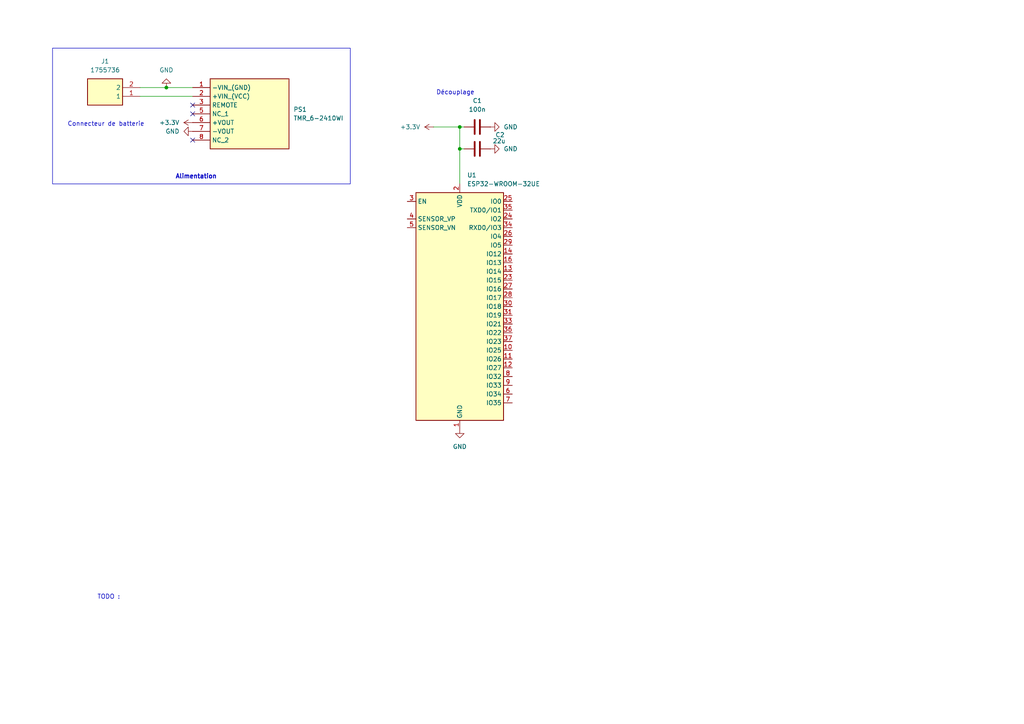
<source format=kicad_sch>
(kicad_sch (version 20250114) (generator "eeschema") (generator_version "9.0")
  (paper "A4")
  (lib_symbols
    (symbol "Device:C" (pin_numbers (hide yes)) (pin_names (offset 0.254))
      (property "Reference" "C" (at 0.635 2.54 0))
      (property "Value" "C" (at 0.635 -2.54 0))
      (symbol "C_0_1"
        (polyline (pts (xy -2.032 0.762) (xy 2.032 0.762)) (stroke (width 0.508)))
        (polyline (pts (xy -2.032 -0.762) (xy 2.032 -0.762)) (stroke (width 0.508)))
      )
      (symbol "C_1_1"
        (pin passive line (at 0 3.81 270) (length 2.794) (name "~") (number "1"))
        (pin passive line (at 0 -3.81 90) (length 2.794) (name "~") (number "2"))
      )
    )
    (symbol "Modelec:1755736"
      (property "Reference" "J" (at 16.51 7.62 0))
      (property "Value" "1755736" (at 16.51 5.08 0))
      (symbol "1755736_1_1"
        (rectangle (start 5.08 2.54) (end 15.24 -5.08) (stroke (width 0.254)) (fill (type background)))
        (pin passive line (at 0 0 0) (length 5.08) (name "1") (number "1"))
        (pin passive line (at 0 -2.54 0) (length 5.08) (name "2") (number "2"))
      )
    )
    (symbol "Modelec:TMR_6-0510"
      (property "Reference" "PS" (at 29.21 7.62 0))
      (property "Value" "TMR_6-0510" (at 29.21 5.08 0))
      (symbol "TMR_6-0510_1_1"
        (rectangle (start 5.08 2.54) (end 27.94 -17.78) (stroke (width 0.254)) (fill (type background)))
        (pin passive line (at 0 0 0) (length 5.08) (name "-VIN_(GND)") (number "1"))
        (pin passive line (at 0 -2.54 0) (length 5.08) (name "+VIN_(VCC)") (number "2"))
        (pin passive line (at 0 -5.08 0) (length 5.08) (name "REMOTE") (number "3"))
        (pin passive line (at 0 -7.62 0) (length 5.08) (name "NC_1") (number "5"))
        (pin passive line (at 0 -10.16 0) (length 5.08) (name "+VOUT") (number "6"))
        (pin passive line (at 0 -12.7 0) (length 5.08) (name "-VOUT") (number "7"))
        (pin passive line (at 0 -15.24 0) (length 5.08) (name "NC_2") (number "8"))
      )
    )
    (symbol "RF_Module:ESP32-WROOM-32UE"
      (property "Reference" "U" (at -12.7 34.29 0))
      (property "Value" "ESP32-WROOM-32UE" (at 1.27 34.29 0))
      (symbol "ESP32-WROOM-32UE_0_1"
        (rectangle (start -12.7 33.02) (end 12.7 -33.02) (stroke (width 0.254)) (fill (type background)))
      )
      (symbol "ESP32-WROOM-32UE_1_1"
        (pin input line (at -15.24 30.48 0) (length 2.54) (name "EN") (number "3"))
        (pin input line (at -15.24 25.4 0) (length 2.54) (name "SENSOR_VP") (number "4"))
        (pin input line (at -15.24 22.86 0) (length 2.54) (name "SENSOR_VN") (number "5"))
        (pin no_connect line (at -12.7 0 0) (length 2.54) (hide yes) (name "NC") (number "21"))
        (pin no_connect line (at -12.7 -2.54 0) (length 2.54) (hide yes) (name "NC") (number "22"))
        (pin no_connect line (at -12.7 -5.08 0) (length 2.54) (hide yes) (name "NC") (number "17"))
        (pin no_connect line (at -12.7 -7.62 0) (length 2.54) (hide yes) (name "NC") (number "18"))
        (pin no_connect line (at -12.7 -10.16 0) (length 2.54) (hide yes) (name "NC") (number "20"))
        (pin no_connect line (at -12.7 -12.7 0) (length 2.54) (hide yes) (name "NC") (number "19"))
        (pin no_connect line (at -12.7 -27.94 0) (length 2.54) (hide yes) (name "NC") (number "32"))
        (pin power_in line (at 0 35.56 270) (length 2.54) (name "VDD") (number "2"))
        (pin power_in line (at 0 -35.56 90) (length 2.54) (name "GND") (number "1"))
        (pin passive line (at 0 -35.56 90) (length 2.54) (hide yes) (name "GND") (number "15"))
        (pin passive line (at 0 -35.56 90) (length 2.54) (hide yes) (name "GND") (number "38"))
        (pin passive line (at 0 -35.56 90) (length 2.54) (hide yes) (name "GND") (number "39"))
        (pin bidirectional line (at 15.24 30.48 180) (length 2.54) (name "IO0") (number "25"))
        (pin bidirectional line (at 15.24 27.94 180) (length 2.54) (name "TXD0/IO1") (number "35"))
        (pin bidirectional line (at 15.24 25.4 180) (length 2.54) (name "IO2") (number "24"))
        (pin bidirectional line (at 15.24 22.86 180) (length 2.54) (name "RXD0/IO3") (number "34"))
        (pin bidirectional line (at 15.24 20.32 180) (length 2.54) (name "IO4") (number "26"))
        (pin bidirectional line (at 15.24 17.78 180) (length 2.54) (name "IO5") (number "29"))
        (pin bidirectional line (at 15.24 15.24 180) (length 2.54) (name "IO12") (number "14"))
        (pin bidirectional line (at 15.24 12.7 180) (length 2.54) (name "IO13") (number "16"))
        (pin bidirectional line (at 15.24 10.16 180) (length 2.54) (name "IO14") (number "13"))
        (pin bidirectional line (at 15.24 7.62 180) (length 2.54) (name "IO15") (number "23"))
        (pin bidirectional line (at 15.24 5.08 180) (length 2.54) (name "IO16") (number "27"))
        (pin bidirectional line (at 15.24 2.54 180) (length 2.54) (name "IO17") (number "28"))
        (pin bidirectional line (at 15.24 0 180) (length 2.54) (name "IO18") (number "30"))
        (pin bidirectional line (at 15.24 -2.54 180) (length 2.54) (name "IO19") (number "31"))
        (pin bidirectional line (at 15.24 -5.08 180) (length 2.54) (name "IO21") (number "33"))
        (pin bidirectional line (at 15.24 -7.62 180) (length 2.54) (name "IO22") (number "36"))
        (pin bidirectional line (at 15.24 -10.16 180) (length 2.54) (name "IO23") (number "37"))
        (pin bidirectional line (at 15.24 -12.7 180) (length 2.54) (name "IO25") (number "10"))
        (pin bidirectional line (at 15.24 -15.24 180) (length 2.54) (name "IO26") (number "11"))
        (pin bidirectional line (at 15.24 -17.78 180) (length 2.54) (name "IO27") (number "12"))
        (pin bidirectional line (at 15.24 -20.32 180) (length 2.54) (name "IO32") (number "8"))
        (pin bidirectional line (at 15.24 -22.86 180) (length 2.54) (name "IO33") (number "9"))
        (pin input line (at 15.24 -25.4 180) (length 2.54) (name "IO34") (number "6"))
        (pin input line (at 15.24 -27.94 180) (length 2.54) (name "IO35") (number "7"))
      )
    )
    (symbol "power:+3.3V" (power) (pin_numbers (hide yes)) (pin_names (offset 0) (hide yes))
      (property "Value" "+3.3V" (at 0 3.556 0))
      (symbol "+3.3V_0_1"
        (polyline (pts (xy -0.762 1.27) (xy 0 2.54)))
        (polyline (pts (xy 0 2.54) (xy 0.762 1.27)))
        (polyline (pts (xy 0 0) (xy 0 2.54)))
      )
      (symbol "+3.3V_1_1"
        (pin power_in line (at 0 0 90) (length 0) (name "~") (number "1"))
      )
    )
    (symbol "power:GND" (power) (pin_numbers (hide yes)) (pin_names (offset 0) (hide yes))
      (property "Value" "GND" (at 0 -3.81 0))
      (symbol "GND_0_1"
        (polyline (pts (xy 0 0) (xy 0 -1.27) (xy 1.27 -1.27) (xy 0 -2.54) (xy -1.27 -1.27) (xy 0 -1.27)))
      )
      (symbol "GND_1_1"
        (pin power_in line (at 0 0 270) (length 0) (name "~") (number "1"))
      )
    )
  )
  (rectangle (start 15.24 13.97) (end 101.6 53.34))
  (text "TODO : \n" (at 28.194 173.228 0) (effects (font (size 1.27 1.27)) (justify left)))
  (text "Alimentation" (at 56.896 51.308 0) (effects (font (size 1.27 1.27) (thickness 0.254) (bold yes))))
  (text "Découplage\n" (at 132.08 26.924 0) (effects (font (size 1.27 1.27) (thickness 0.1588))))
  (text "Connecteur de batterie" (at 30.734 36.068 0) (effects (font (size 1.27 1.27))))
  (junction (at 133.35 43.18))
  (junction (at 48.26 25.4))
  (junction (at 133.35 36.83))
  (no_connect (at 55.88 30.48))
  (no_connect (at 55.88 40.64))
  (no_connect (at 55.88 33.02))
  (wire (pts (xy 133.35 43.18) (xy 133.35 53.34)))
  (wire (pts (xy 133.35 43.18) (xy 134.62 43.18)))
  (wire (pts (xy 133.35 36.83) (xy 133.35 43.18)))
  (wire (pts (xy 48.26 25.4) (xy 55.88 25.4)))
  (wire (pts (xy 40.64 27.94) (xy 55.88 27.94)))
  (wire (pts (xy 40.64 25.4) (xy 48.26 25.4)))
  (wire (pts (xy 133.35 36.83) (xy 134.62 36.83)))
  (wire (pts (xy 125.73 36.83) (xy 133.35 36.83)))
  (symbol (lib_id "power:+3.3V") (at 125.73 36.83 90) (unit 1)
    (property "Reference" "#PWR07" (effects (hide yes)))
    (property "Value" "+3.3V" (at 121.92 36.8299 90) (effects (justify left)))
    (property "Description" "Power symbol creates a global label with name \"+3.3V\"" (effects (hide yes)))
  )
  (symbol (lib_id "power:GND") (at 133.35 124.46 0) (unit 1)
    (property "Reference" "#PWR03" (effects (hide yes)))
    (property "Value" "GND" (at 133.35 129.54 0))
    (property "Description" "Power symbol creates a global label with name \"GND\" , ground" (effects (hide yes)))
  )
  (symbol (lib_id "power:GND") (at 142.24 36.83 90) (unit 1)
    (property "Reference" "#PWR04" (effects (hide yes)))
    (property "Value" "GND" (at 146.05 36.8299 90) (effects (justify right)))
    (property "Description" "Power symbol creates a global label with name \"GND\" , ground" (effects (hide yes)))
  )
  (symbol (lib_id "Modelec:1755736") (at 40.64 27.94 180) (unit 1)
    (property "Reference" "J1" (at 30.48 17.78 0))
    (property "Value" "1755736" (at 30.48 20.32 0))
    (property "Footprint" "Modelec:PhoenixContact_MSTBVA_2,5_2-G-5,08_1x02_P5.08mm_Vertical" (effects (hide yes)))
    (property "Datasheet" "http://www.phoenixcontact.com/de/produkte/1755736/pdf" (effects (hide yes)))
    (property "Description" "PCB header, nominal cross section: 2.5 mm?, color: green, nominal current: 12 A, rated voltage (III/2): 320 V, contact surface: Tin, type of contact: Male connector, Number of potentials: 2, Number of rows: 1, Number of positions per row: 2, number of connections: 2, product range: MSTBVA 2,5/..-G, pitch: 5.08 mm, mounting: Wave soldering, pin layout: Linear pinning, solder pin [P]: 3.9 mm, Stecksystem: CLASSIC COMBICON, Locking: without, type of packaging: packed in cardboard" (effects (hide yes)))
    (property "Height" "12.15" (effects (hide yes)))
    (property "Manufacturer_Name" "Phoenix Contact" (effects (hide yes)))
    (property "Manufacturer_Part_Number" "1755736" (effects (hide yes)))
    (property "Mouser Part Number" "651-1755736" (effects (hide yes)))
    (property "Mouser Price/Stock" "https://www.mouser.co.uk/ProductDetail/Phoenix-Contact/1755736?qs=wd%252Bw3mUqFrlo9zPE3AUt1w%3D%3D" (effects (hide yes)))
    (property "Arrow Part Number" "1755736" (effects (hide yes)))
    (property "Arrow Price/Stock" "https://www.arrow.com/en/products/1755736/phoenix-contact?region=nac" (effects (hide yes)))
  )
  (symbol (lib_id "power:GND") (at 142.24 43.18 90) (unit 1)
    (property "Reference" "#PWR06" (effects (hide yes)))
    (property "Value" "GND" (at 146.05 43.1799 90) (effects (justify right)))
    (property "Description" "Power symbol creates a global label with name \"GND\" , ground" (effects (hide yes)))
  )
  (symbol (lib_id "power:GND") (at 48.26 25.4 180) (unit 1)
    (property "Reference" "#PWR05" (effects (hide yes)))
    (property "Value" "GND" (at 48.26 20.32 0))
    (property "Description" "Power symbol creates a global label with name \"GND\" , ground" (effects (hide yes)))
  )
  (symbol (lib_id "Device:C") (at 138.43 36.83 90) (unit 1)
    (property "Reference" "C1" (at 138.43 29.21 90))
    (property "Value" "100n" (at 138.43 31.75 90))
    (property "Footprint" "Capacitor_SMD:C_0805_2012Metric_Pad1.18x1.45mm_HandSolder" (effects (hide yes)))
    (property "Description" "Unpolarized capacitor" (effects (hide yes)))
  )
  (symbol (lib_id "Modelec:TMR_6-0510") (at 55.88 25.4 0) (unit 1)
    (property "Reference" "PS1" (at 85.09 31.7499 0) (effects (justify left)))
    (property "Value" "TMR_6-2410WI" (at 85.09 34.2899 0) (effects (justify left)))
    (property "Footprint" "TMR60510" (effects (hide yes)))
    (property "Datasheet" "https://tracopower.com/tmr6-datasheet/" (effects (hide yes)))
    (property "Description" "6 Watt DC/DC converter, industrial, 2:1 input, regulated, 1600 VDC I/O-isolation, encapsulated, SIP-8" (effects (hide yes)))
    (property "Height" "11.7" (effects (hide yes)))
    (property "Manufacturer_Name" "Traco Power" (effects (hide yes)))
    (property "Manufacturer_Part_Number" "TMR 6-0510" (effects (hide yes)))
    (property "Mouser Part Number" "495-TMR6-0510" (effects (hide yes)))
    (property "Mouser Price/Stock" "https://www.mouser.co.uk/ProductDetail/TRACO-Power/TMR-6-0510?qs=ckJk83FOD0XuR%2F1qAlLlKg%3D%3D" (effects (hide yes)))
  )
  (symbol (lib_id "power:GND") (at 55.88 38.1 270) (unit 1)
    (property "Reference" "#PWR02" (effects (hide yes)))
    (property "Value" "GND" (at 52.07 38.0999 90) (effects (justify right)))
    (property "Description" "Power symbol creates a global label with name \"GND\" , ground" (effects (hide yes)))
  )
  (symbol (lib_id "RF_Module:ESP32-WROOM-32UE") (at 133.35 88.9 0) (unit 1)
    (property "Reference" "U1" (at 135.4933 50.8 0) (effects (justify left)))
    (property "Value" "ESP32-WROOM-32UE" (at 135.4933 53.34 0) (effects (justify left)))
    (property "Footprint" "RF_Module:ESP32-WROOM-32UE" (effects (hide yes)))
    (property "Datasheet" "https://www.espressif.com/sites/default/files/documentation/esp32-wroom-32e_esp32-wroom-32ue_datasheet_en.pdf" (effects (hide yes)))
    (property "Description" "RF Module, ESP32-D0WD-V3 SoC, without PSRAM, Wi-Fi 802.11b/g/n, Bluetooth, BLE, 32-bit, 2.7-3.6V, external antenna, SMD" (effects (hide yes)))
  )
  (symbol (lib_id "Device:C") (at 138.43 43.18 90) (unit 1)
    (property "Reference" "C2" (at 145.034 39.116 90))
    (property "Value" "22u" (at 144.78 40.894 90))
    (property "Footprint" "Capacitor_SMD:C_0805_2012Metric_Pad1.18x1.45mm_HandSolder" (effects (hide yes)))
    (property "Description" "Unpolarized capacitor" (effects (hide yes)))
  )
  (symbol (lib_id "power:+3.3V") (at 55.88 35.56 90) (unit 1)
    (property "Reference" "#PWR01" (effects (hide yes)))
    (property "Value" "+3.3V" (at 52.07 35.5599 90) (effects (justify left)))
    (property "Description" "Power symbol creates a global label with name \"+3.3V\"" (effects (hide yes)))
  )
)
</source>
